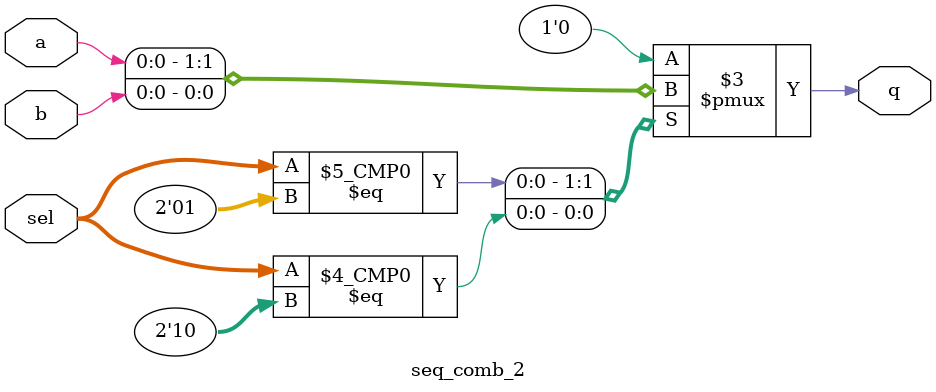
<source format=v>
module seq_comb_2 (
	input wire [1:0] sel,
	input wire a,
	input wire b,
	output reg q
);

always @(sel or a or b)
	case(sel)
		2'b01: q <= a;
		2'b10: q <= b;
		default: q <= 1'b0;
	endcase

endmodule

</source>
